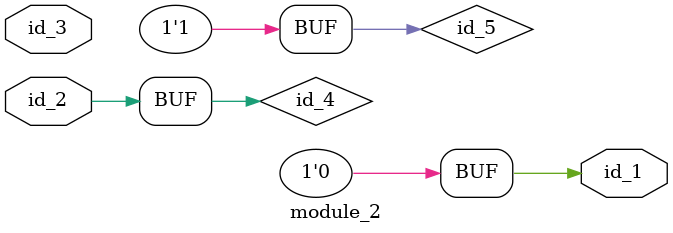
<source format=v>
module module_0 (
    id_1,
    id_2
);
  output wire id_2;
  output wire id_1;
  assign id_2 = id_3;
  wire id_4;
  wire id_5;
endmodule
module module_1 (
    id_1,
    id_2,
    id_3
);
  output wire id_3;
  output wire id_2;
  input wire id_1;
  reg id_4, id_5;
  always if (id_4) id_3 <= id_4;
  assign id_4 = id_4;
  module_0 modCall_1 (
      id_2,
      id_2
  );
endmodule
module module_2 (
    id_1,
    id_2,
    id_3
);
  input wire id_3;
  input wire id_2;
  output wire id_1;
  wire id_4;
  module_0 modCall_1 (
      id_4,
      id_1
  );
  wand id_5 = 1;
  assign id_1 = -1'd0;
  assign id_4 = id_2;
endmodule

</source>
